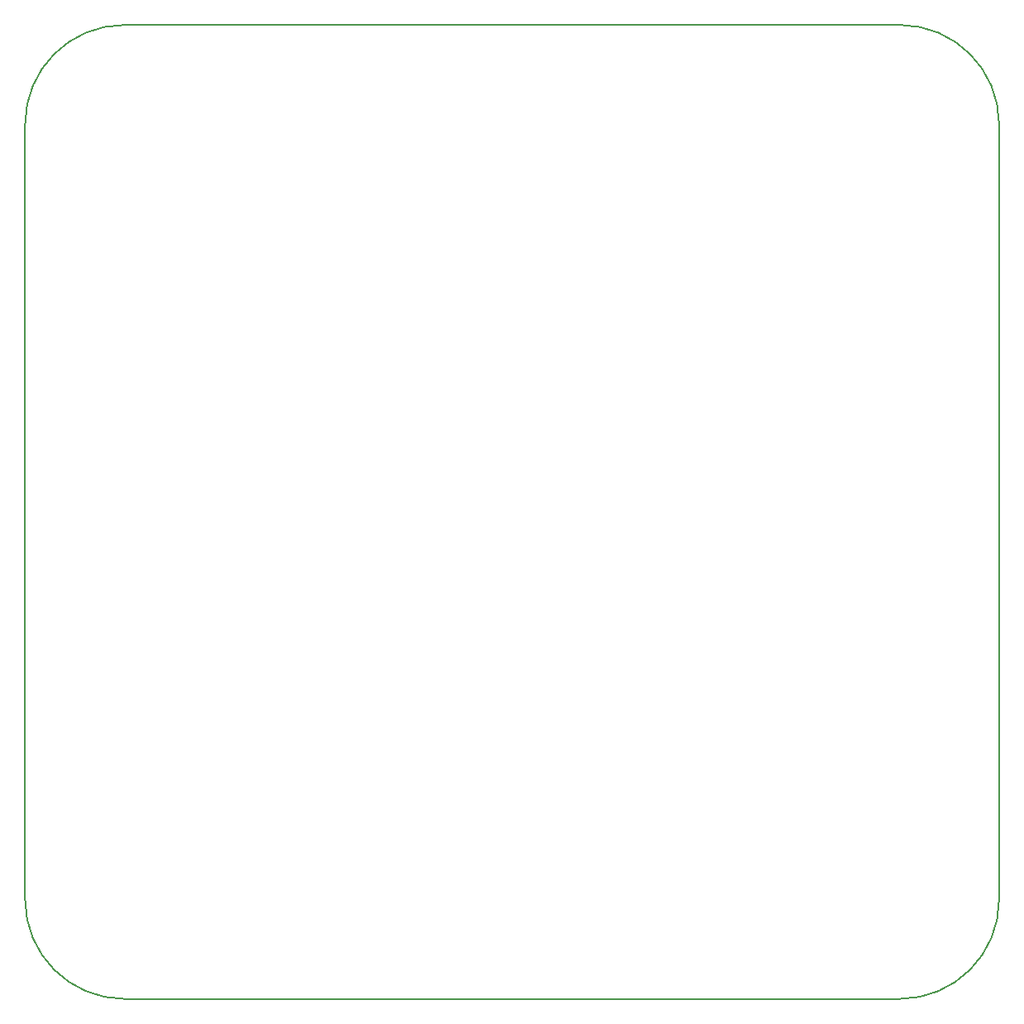
<source format=gbr>
G04 #@! TF.GenerationSoftware,KiCad,Pcbnew,(5.1.0-728-gb5c80fe68)*
G04 #@! TF.CreationDate,2019-05-28T10:59:10+01:00*
G04 #@! TF.ProjectId,garden,67617264-656e-42e6-9b69-6361645f7063,rev?*
G04 #@! TF.SameCoordinates,Original*
G04 #@! TF.FileFunction,Profile,NP*
%FSLAX46Y46*%
G04 Gerber Fmt 4.6, Leading zero omitted, Abs format (unit mm)*
G04 Created by KiCad (PCBNEW (5.1.0-728-gb5c80fe68)) date 2019-05-28 10:59:10*
%MOMM*%
%LPD*%
G04 APERTURE LIST*
%ADD10C,0.150000*%
G04 APERTURE END LIST*
D10*
X55880000Y-139065000D02*
X55880000Y-59690000D01*
X145415000Y-149225000D02*
X66040000Y-149225000D01*
X155575000Y-59690000D02*
X155575000Y-139065000D01*
X66040000Y-49530000D02*
X145415000Y-49530000D01*
X155575000Y-139065000D02*
G75*
G02X145415000Y-149225000I-10160000J0D01*
G01*
X66040000Y-149225000D02*
G75*
G02X55880000Y-139065000I0J10160000D01*
G01*
X55880000Y-59690000D02*
G75*
G02X66040000Y-49530000I10160000J0D01*
G01*
X145415000Y-49530000D02*
G75*
G02X155575000Y-59690000I0J-10160000D01*
G01*
M02*

</source>
